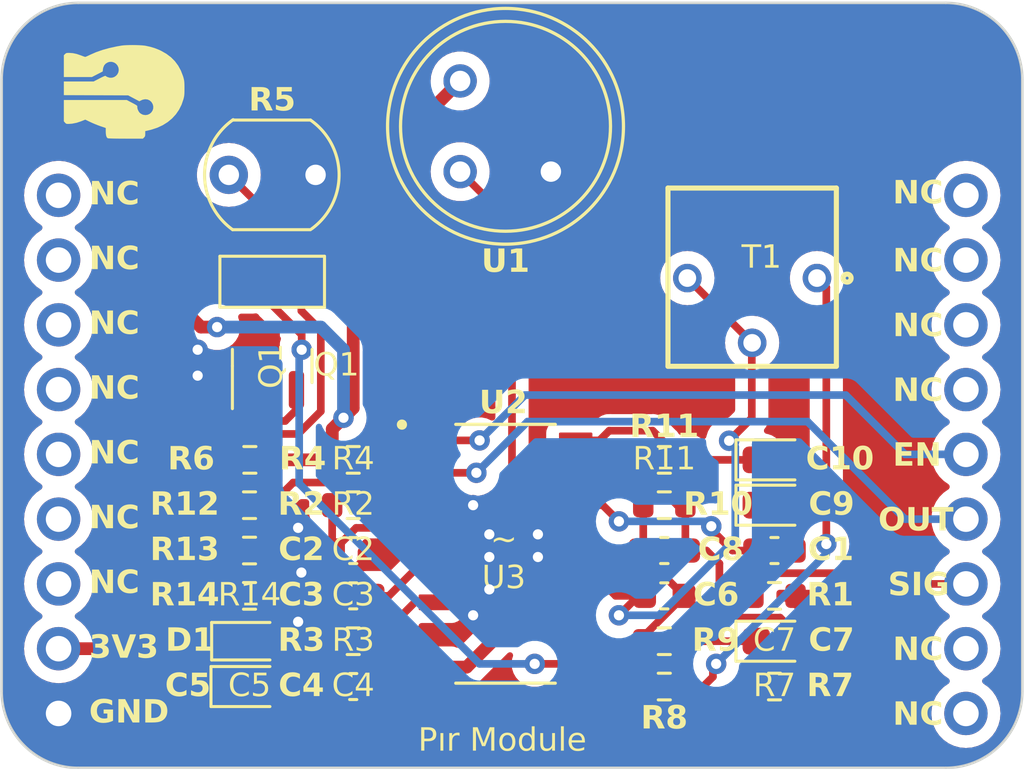
<source format=kicad_pcb>
(kicad_pcb (version 20240108) (generator "pcbnew") (generator_version "8.0")
  (layers (0 "F.Cu" signal) (31 "B.Cu" signal) (34 "B.Paste" user) (35 "F.Paste" user) (36 "B.SilkS" user "B.Silkscreen") (37 "F.SilkS" user "F.Silkscreen") (38 "B.Mask" user) (39 "F.Mask" user) (44 "Edge.Cuts" user))
  (net 0 "")
  (net 1 "SIG")
  (net 2 "GND")
  (net 3 "Net-(U2-RC1)")
  (net 4 "Net-(U2-RC2)")
  (net 5 "+3V3")
  (net 6 "Net-(U2-2OUT)")
  (net 7 "Net-(U2-2IN-)")
  (net 8 "Net-(C7-Pad1)")
  (net 9 "Net-(U2-1OUT)")
  (net 10 "Net-(U2-1IN-)")
  (net 11 "Net-(C10-Pad1)")
  (net 12 "Net-(D1-K)")
  (net 13 "Net-(D1-A)")
  (net 14 "Net-(J1-Pin_2)")
  (net 15 "Net-(J1-Pin_3)")
  (net 16 "Net-(Q1-B)")
  (net 17 "Net-(U2-RR1)")
  (net 18 "Net-(U2-RR2)")
  (net 19 "EN")
  (net 20 "Net-(U2-IB)")
  (net 21 "Net-(R8-Pad1)")
  (net 22 "OUT")
  (footprint "Capacitor_SMD:C_0603_1608Metric" (layer "F.Cu") (at 135.89 90.043)
    (property "Reference" "C6" (at 2.032 0 0) (layer "F.SilkS") (effects (font (size 0.9 0.9) (thickness 0.15) (bold yes))))
    (property "Value" "10nF" (hide yes))
    (pad "1" smd roundrect (at -0.775 0) (size 0.9 0.95) (layers "F.Cu" "F.Paste" "F.Mask") (net 6 "Net-(U2-2OUT)"))
    (pad "2" smd roundrect (at 0.775 0) (size 0.9 0.95) (layers "F.Cu" "F.Paste" "F.Mask") (net 7 "Net-(U2-2IN-)"))
  )
  (footprint "Resistor_SMD:R_0603_1608Metric" (layer "F.Cu") (at 135.89 93.599 180)
    (property "Reference" "R8" (at 0 -1.27 0) (layer "F.SilkS") (effects (font (size 0.9 0.9) (thickness 0.15) (bold yes))))
    (property "Value" "470k" (hide yes))
    (pad "1" smd roundrect (at -0.825 0 180) (size 0.8 0.95) (layers "F.Cu" "F.Paste" "F.Mask") (net 21 "Net-(R8-Pad1)"))
    (pad "2" smd roundrect (at 0.825 0 180) (size 0.8 0.95) (layers "F.Cu" "F.Paste" "F.Mask") (net 7 "Net-(U2-2IN-)"))
  )
  (footprint "Jumper:SolderJumper-3_P1.3mm_Open_Pad1.0x1.5mm_NumberLabels" (layer "F.Cu") (at 120.523 77.724)
    (property "Reference" "J1" (hide yes))
    (property "Value" "Conn_01x03_Female" (hide yes))
    (pad "1" smd rect (at -1.3 0) (size 1 1.5) (layers "F.Cu" "F.Mask") (net 5 "+3V3"))
    (pad "2" smd rect (at 0 0) (size 1 1.5) (layers "F.Cu" "F.Mask") (net 14 "Net-(J1-Pin_2)"))
    (pad "3" smd rect (at 1.3 0) (size 1 1.5) (layers "F.Cu" "F.Mask") (net 15 "Net-(J1-Pin_3)"))
  )
  (footprint "Capacitor_SMD:C_0603_1608Metric_Pad1.08x0.95mm_HandSolder" (layer "F.Cu") (at 135.89 88.265)
    (property "Reference" "C8" (at 2.2098 0 0) (layer "F.SilkS") (effects (font (size 0.9 0.9) (thickness 0.15) (bold yes))))
    (property "Value" "10nF" (hide yes))
    (pad "1" smd roundrect (at -0.8625 0) (size 1.075 0.95) (layers "F.Cu" "F.Paste" "F.Mask") (net 10 "Net-(U2-1IN-)"))
    (pad "2" smd roundrect (at 0.8625 0) (size 1.075 0.95) (layers "F.Cu" "F.Paste" "F.Mask") (net 9 "Net-(U2-1OUT)"))
  )
  (footprint "Capacitor_Tantalum_SMD:CP_EIA-1608-08_AVX-J" (layer "F.Cu") (at 140.208 86.487)
    (property "Reference" "C9" (at 2.2352 0 0) (layer "F.SilkS") (effects (font (size 0.9 0.9) (thickness 0.15) (bold yes))))
    (property "Value" "10uF" (hide yes))
    (pad "1" smd roundrect (at -0.7125 0) (size 1.075 1.05) (layers "F.Cu" "F.Paste" "F.Mask") (roundrect_rratio 0.238095) (net 11 "Net-(C10-Pad1)"))
    (pad "2" smd roundrect (at 0.7125 0) (size 1.075 1.05) (layers "F.Cu" "F.Paste" "F.Mask") (roundrect_rratio 0.238095) (net 2 "GND"))
  )
  (footprint "Resistor_SMD:R_0603_1608Metric" (layer "F.Cu") (at 140.208 93.599)
    (property "Reference" "R7" (at 2.1844 0 0) (layer "F.SilkS") (effects (font (size 0.9 0.9) (thickness 0.15) (bold yes))))
    (property "Value" "1m" (hide yes))
    (fp_text user "${REFERENCE}" (at 0 0 0) (layer "F.SilkS") (effects (font (size 0.9 0.9) (thickness 0.06))))
    (pad "1" smd roundrect (at -0.825 0) (size 0.8 0.95) (layers "F.Cu" "F.Paste" "F.Mask") (net 20 "Net-(U2-IB)"))
    (pad "2" smd roundrect (at 0.825 0) (size 0.8 0.95) (layers "F.Cu" "F.Paste" "F.Mask") (net 2 "GND"))
  )
  (footprint "LED_SMD:LED_0603_1608Metric" (layer "F.Cu") (at 119.634 91.821)
    (property "Reference" "D1" (at -2.3368 0 0) (layer "F.SilkS") (effects (font (size 0.9 0.9) (thickness 0.15) (bold yes))))
    (property "Value" "LED" (hide yes))
    (pad "1" smd roundrect (at -0.7875 0) (size 0.875 0.95) (layers "F.Cu" "F.Paste" "F.Mask") (net 12 "Net-(D1-K)"))
    (pad "2" smd roundrect (at 0.7875 0) (size 0.875 0.95) (layers "F.Cu" "F.Paste" "F.Mask") (net 13 "Net-(D1-A)"))
  )
  (footprint "Capacitor_Tantalum_SMD:CP_EIA-1608-08_AVX-J" (layer "F.Cu") (at 140.208 91.821)
    (property "Reference" "C7" (at 2.2352 0 0) (layer "F.SilkS") (effects (font (size 0.9 0.9) (thickness 0.15) (bold yes))))
    (property "Value" "10uF" (hide yes))
    (fp_text user "${REFERENCE}" (at 0 0 0) (layer "F.SilkS") (effects (font (size 0.9 0.9) (thickness 0.06))))
    (pad "1" smd roundrect (at -0.7125 0) (size 1.075 1.05) (layers "F.Cu" "F.Paste" "F.Mask") (roundrect_rratio 0.238095) (net 8 "Net-(C7-Pad1)"))
    (pad "2" smd roundrect (at 0.7125 0) (size 1.075 1.05) (layers "F.Cu" "F.Paste" "F.Mask") (roundrect_rratio 0.238095) (net 9 "Net-(U2-1OUT)"))
  )
  (footprint "Capacitor_SMD:C_0603_1608Metric" (layer "F.Cu") (at 123.698 88.265)
    (property "Reference" "C2" (at -2.032 0 0) (layer "F.SilkS") (effects (font (size 0.9 0.9) (thickness 0.15) (bold yes))))
    (property "Value" "10nF" (hide yes))
    (fp_text user "${REFERENCE}" (at 0 0 0) (layer "F.SilkS") (effects (font (size 0.9 0.9) (thickness 0.06))))
    (pad "1" smd roundrect (at -0.775 0) (size 0.9 0.95) (layers "F.Cu" "F.Paste" "F.Mask") (net 3 "Net-(U2-RC1)"))
    (pad "2" smd roundrect (at 0.775 0) (size 0.9 0.95) (layers "F.Cu" "F.Paste" "F.Mask") (net 2 "GND"))
  )
  (footprint "OptoDevice:R_LDR_5.1x4.3mm_P3.4mm_Vertical" (layer "F.Cu") (at 118.823 73.533)
    (property "Reference" "R5" (at 1.7 -2.9 0) (layer "F.SilkS") (effects (font (size 0.9 0.9) (thickness 0.15) (bold yes))))
    (property "Value" "LDR07" (hide yes))
    (pad "1" thru_hole circle (at 0 0) (size 1.5 1.5) (drill 0.8) (layers "*.Cu" "*.Mask") (net 15 "Net-(J1-Pin_3)"))
    (pad "2" thru_hole circle (at 3.4 0) (size 1.5 1.5) (drill 0.8) (layers "*.Cu" "*.Mask") (net 2 "GND"))
  )
  (footprint "memin:3362P_1" (layer "F.Cu") (at 139.3335 74.05 180)
    (property "Reference" "T1" (hide yes))
    (property "Value" "1m" (hide yes))
    (fp_text user "${REFERENCE}" (at -0.36821 -2.74963 0) (layer "F.SilkS") (effects (font (size 0.9 0.9) (thickness 0.254))))
    (pad "1" thru_hole circle (at -2.54 -3.53 180) (size 1.12 1.12) (drill 0.69) (layers "*.Cu" "*.Mask") (net 21 "Net-(R8-Pad1)"))
    (pad "2" thru_hole circle (at 0 -6.07 180) (size 1.12 1.12) (drill 0.69) (layers "*.Cu" "*.Mask") (net 6 "Net-(U2-2OUT)"))
    (pad "3" thru_hole circle (at 2.54 -3.53 180) (size 1.12 1.12) (drill 0.69) (layers "*.Cu" "*.Mask") (net 6 "Net-(U2-2OUT)"))
  )
  (footprint "Resistor_SMD:R_0603_1608Metric" (layer "F.Cu") (at 119.634 86.487 180)
    (property "Reference" "R12" (at 2.54 0 0) (layer "F.SilkS") (effects (font (size 0.9 0.9) (thickness 0.15) (bold yes))))
    (property "Value" "10R" (hide yes))
    (pad "1" smd roundrect (at -0.825 0 180) (size 0.8 0.95) (layers "F.Cu" "F.Paste" "F.Mask") (net 22 "OUT"))
    (pad "2" smd roundrect (at 0.825 0 180) (size 0.8 0.95) (layers "F.Cu" "F.Paste" "F.Mask") (net 16 "Net-(Q1-B)"))
  )
  (footprint "Resistor_SMD:R_0603_1608Metric" (layer "F.Cu") (at 135.89 86.487)
    (property "Reference" "R10" (at 2.1082 0 0) (layer "F.SilkS") (effects (font (size 0.9 0.9) (thickness 0.125) (bold yes))))
    (property "Value" "1m" (hide yes))
    (pad "1" smd roundrect (at -0.825 0) (size 0.8 0.95) (layers "F.Cu" "F.Paste" "F.Mask") (net 10 "Net-(U2-1IN-)"))
    (pad "2" smd roundrect (at 0.825 0) (size 0.8 0.95) (layers "F.Cu" "F.Paste" "F.Mask") (net 9 "Net-(U2-1OUT)"))
  )
  (footprint "Resistor_SMD:R_0603_1608Metric" (layer "F.Cu") (at 119.634 88.265)
    (property "Reference" "R13" (at -2.54 0 0) (layer "F.SilkS") (effects (font (size 0.9 0.9) (thickness 0.15) (bold yes))))
    (property "Value" "1m" (hide yes))
    (pad "1" smd roundrect (at -0.825 0) (size 0.8 0.95) (layers "F.Cu" "F.Paste" "F.Mask") (net 16 "Net-(Q1-B)"))
    (pad "2" smd roundrect (at 0.825 0) (size 0.8 0.95) (layers "F.Cu" "F.Paste" "F.Mask") (net 2 "GND"))
  )
  (footprint "Package_TO_SOT_SMD:SOT-23" (layer "F.Cu") (at 120.523 81.026 90)
    (property "Reference" "Q1" (at 0 2.5146 180) (layer "F.SilkS") (effects (font (size 0.9 0.9))))
    (property "Value" "BC546" (hide yes))
    (fp_text user "${REFERENCE}" (at 0 0 90) (layer "F.SilkS") (effects (font (size 0.9 0.9) (thickness 0.05))))
    (pad "1" smd roundrect (at -0.9375 -0.95 90) (size 1.475 0.6) (layers "F.Cu" "F.Paste" "F.Mask") (net 12 "Net-(D1-K)"))
    (pad "2" smd roundrect (at -0.9375 0.95 90) (size 1.475 0.6) (layers "F.Cu" "F.Paste" "F.Mask") (net 16 "Net-(Q1-B)"))
    (pad "3" smd roundrect (at 0.9375 0 90) (size 1.475 0.6) (layers "F.Cu" "F.Paste" "F.Mask") (net 2 "GND"))
  )
  (footprint "Resistor_SMD:R_0603_1608Metric" (layer "F.Cu") (at 135.89 91.821)
    (property "Reference" "R9" (at 2.0066 0 0) (layer "F.SilkS") (effects (font (size 0.9 0.9) (thickness 0.15) (bold yes))))
    (property "Value" "10k" (hide yes))
    (pad "1" smd roundrect (at -0.825 0) (size 0.8 0.95) (layers "F.Cu" "F.Paste" "F.Mask") (net 7 "Net-(U2-2IN-)"))
    (pad "2" smd roundrect (at 0.825 0) (size 0.8 0.95) (layers "F.Cu" "F.Paste" "F.Mask") (net 8 "Net-(C7-Pad1)"))
  )
  (footprint "Resistor_SMD:R_0603_1608Metric" (layer "F.Cu") (at 135.89 84.709)
    (property "Reference" "R11" (at 0 -1.27 0) (layer "F.SilkS") (effects (font (size 0.9 0.9) (thickness 0.125) (bold yes))))
    (property "Value" "15k" (hide yes))
    (fp_text user "${REFERENCE}" (at 0 0 0) (layer "F.SilkS") (effects (font (size 0.9 0.9) (thickness 0.06))))
    (pad "1" smd roundrect (at -0.825 0) (size 0.8 0.95) (layers "F.Cu" "F.Paste" "F.Mask") (net 10 "Net-(U2-1IN-)"))
    (pad "2" smd roundrect (at 0.825 0) (size 0.8 0.95) (layers "F.Cu" "F.Paste" "F.Mask") (net 11 "Net-(C10-Pad1)"))
  )
  (footprint "Resistor_SMD:R_0603_1608Metric" (layer "F.Cu") (at 123.698 91.821 180)
    (property "Reference" "R3" (at 2.032 0 0) (layer "F.SilkS") (effects (font (size 0.9 0.9) (thickness 0.15) (bold yes))))
    (property "Value" "15k" (hide yes))
    (fp_text user "${REFERENCE}" (at 0 0 0) (layer "F.SilkS") (effects (font (size 0.9 0.9) (thickness 0.06))))
    (pad "1" smd roundrect (at -0.825 0 180) (size 0.8 0.95) (layers "F.Cu" "F.Paste" "F.Mask") (net 18 "Net-(U2-RR2)"))
    (pad "2" smd roundrect (at 0.825 0 180) (size 0.8 0.95) (layers "F.Cu" "F.Paste" "F.Mask") (net 4 "Net-(U2-RC2)"))
  )
  (footprint "Capacitor_SMD:C_0603_1608Metric" (layer "F.Cu") (at 123.698 90.043 180)
    (property "Reference" "C3" (at 2.032 0 0) (layer "F.SilkS") (effects (font (size 0.9 0.9) (thickness 0.15) (bold yes))))
    (property "Value" "10nF" (hide yes))
    (fp_text user "${REFERENCE}" (at 0 0 0) (layer "F.SilkS") (effects (font (size 0.9 0.9) (thickness 0.06))))
    (pad "1" smd roundrect (at -0.775 0 180) (size 0.9 0.95) (layers "F.Cu" "F.Paste" "F.Mask") (net 4 "Net-(U2-RC2)"))
    (pad "2" smd roundrect (at 0.775 0 180) (size 0.9 0.95) (layers "F.Cu" "F.Paste" "F.Mask") (net 2 "GND"))
  )
  (footprint "Capacitor_Tantalum_SMD:CP_EIA-1608-08_AVX-J" (layer "F.Cu") (at 119.634 93.599)
    (property "Reference" "C5" (at -2.413 0 0) (layer "F.SilkS") (effects (font (size 0.9 0.9) (thickness 0.15) (bold yes))))
    (property "Value" "C_Polarized_US" (hide yes))
    (fp_text user "${REFERENCE}" (at 0 0 0) (layer "F.SilkS") (effects (font (size 0.9 0.9) (thickness 0.06))))
    (pad "1" smd roundrect (at -0.7125 0) (size 1.075 1.05) (layers "F.Cu" "F.Paste" "F.Mask") (roundrect_rratio 0.238095) (net 5 "+3V3"))
    (pad "2" smd roundrect (at 0.7125 0) (size 1.075 1.05) (layers "F.Cu" "F.Paste" "F.Mask") (roundrect_rratio 0.238095) (net 2 "GND"))
  )
  (footprint "Capacitor_SMD:C_0603_1608Metric" (layer "F.Cu") (at 140.208 88.265)
    (property "Reference" "C1" (at 2.2098 0 0) (layer "F.SilkS") (effects (font (size 0.9 0.9) (thickness 0.15) (bold yes))))
    (property "Value" "10nF" (hide yes))
    (pad "1" smd roundrect (at -0.775 0) (size 0.9 0.95) (layers "F.Cu" "F.Paste" "F.Mask") (net 1 "SIG"))
    (pad "2" smd roundrect (at 0.775 0) (size 0.9 0.95) (layers "F.Cu" "F.Paste" "F.Mask") (net 2 "GND"))
  )
  (footprint "Capacitor_Tantalum_SMD:CP_EIA-1608-08_AVX-J" (layer "F.Cu") (at 140.208 84.709)
    (property "Reference" "C10" (at 2.5654 0 0) (layer "F.SilkS") (effects (font (size 0.9 0.9) (thickness 0.15) (bold yes))))
    (property "Value" "10uF" (hide yes))
    (pad "1" smd roundrect (at -0.7125 0) (size 1.075 1.05) (layers "F.Cu" "F.Paste" "F.Mask") (roundrect_rratio 0.238095) (net 11 "Net-(C10-Pad1)"))
    (pad "2" smd roundrect (at 0.7125 0) (size 1.075 1.05) (layers "F.Cu" "F.Paste" "F.Mask") (roundrect_rratio 0.238095) (net 2 "GND"))
  )
  (footprint "pir:SNR3-D8.1XH4.2MM" (layer "F.Cu") (at 129.667 71.628 90)
    (property "Reference" "U1" (at -5.334 0 180) (layer "F.SilkS") (effects (font (size 0.9 0.9) (thickness 0.15) (bold yes))))
    (property "Value" "LHI778" (hide yes))
    (pad "1" thru_hole circle (at 1.778 -1.778 90) (size 1.308 1.308) (drill 0.8) (layers "*.Cu" "*.Mask") (net 5 "+3V3"))
    (pad "2" thru_hole circle (at -1.778 -1.778 90) (size 1.308 1.308) (drill 0.8) (layers "*.Cu" "*.Mask") (net 1 "SIG"))
    (pad "3" thru_hole circle (at -1.778 1.778 90) (size 1.308 1.308) (drill 0.8) (layers "*.Cu" "*.Mask") (net 2 "GND"))
  )
  (footprint "Resistor_SMD:R_0603_1608Metric" (layer "F.Cu") (at 119.634 90.043)
    (property "Reference" "R14" (at -2.54 0 0) (layer "F.SilkS") (effects (font (size 0.9 0.9) (thickness 0.15) (bold yes))))
    (property "Value" "1k" (hide yes))
    (fp_text user "${REFERENCE}" (at 0 0 0) (layer "F.SilkS") (effects (font (size 0.9 0.9) (thickness 0.06))))
    (pad "1" smd roundrect (at -0.825 0) (size 0.8 0.95) (layers "F.Cu" "F.Paste" "F.Mask") (net 5 "+3V3"))
    (pad "2" smd roundrect (at 0.825 0) (size 0.8 0.95) (layers "F.Cu" "F.Paste" "F.Mask") (net 13 "Net-(D1-A)"))
  )
  (footprint "Resistor_SMD:R_0603_1608Metric" (layer "F.Cu") (at 123.698 86.487 180)
    (property "Reference" "R2" (at 2.032 0 0) (layer "F.SilkS") (effects (font (size 0.9 0.9) (thickness 0.15) (bold yes))))
    (property "Value" "10k" (hide yes))
    (fp_text user "${REFERENCE}" (at 0 0 0) (layer "F.SilkS") (effects (font (size 0.9 0.9) (thickness 0.06))))
    (pad "1" smd roundrect (at -0.825 0 180) (size 0.8 0.95) (layers "F.Cu" "F.Paste" "F.Mask") (net 17 "Net-(U2-RR1)"))
    (pad "2" smd roundrect (at 0.825 0 180) (size 0.8 0.95) (layers "F.Cu" "F.Paste" "F.Mask") (net 3 "Net-(U2-RC1)"))
  )
  (footprint "Resistor_SMD:R_0603_1608Metric" (layer "F.Cu") (at 140.208 90.043)
    (property "Reference" "R1" (at 2.1844 0 0) (layer "F.SilkS") (effects (font (size 0.9 0.9) (thickness 0.15) (bold yes))))
    (property "Value" "47k" (hide yes))
    (pad "1" smd roundrect (at -0.825 0) (size 0.8 0.95) (layers "F.Cu" "F.Paste" "F.Mask") (net 1 "SIG"))
    (pad "2" smd roundrect (at 0.825 0) (size 0.8 0.95) (layers "F.Cu" "F.Paste" "F.Mask") (net 2 "GND"))
  )
  (footprint "air_module:air_module" (layer "F.Cu") (at 129.601 86.868)
    (property "Reference" "U3" (hide yes))
    (property "Value" "~" (at 0 1 0) (layer "F.SilkS") (effects (font (size 0.9 0.9))))
    (fp_line (start -19.68 -17.08) (end -19.68 6.92) (stroke (width 0.1)) (layer "Edge.Cuts"))
    (fp_line (start -16.68 9.92) (end 17.32 9.92) (stroke (width 0.1)) (layer "Edge.Cuts"))
    (fp_line (start 17.32 -20.08) (end -16.68 -20.08) (stroke (width 0.1)) (layer "Edge.Cuts"))
    (fp_line (start 20.32 6.92) (end 20.32 -17.08) (stroke (width 0.1)) (layer "Edge.Cuts"))
    (fp_arc (start -19.68 -17.08) (mid -18.80132 -19.20132) (end -16.68 -20.08) (stroke (width 0.1)) (layer "Edge.Cuts"))
    (fp_arc (start -16.68 9.92) (mid -18.80132 9.04132) (end -19.68 6.92) (stroke (width 0.1)) (layer "Edge.Cuts"))
    (fp_arc (start 17.32 -20.08) (mid 19.44132 -19.20132) (end 20.32 -17.08) (stroke (width 0.1)) (layer "Edge.Cuts"))
    (fp_arc (start 20.32 6.92) (mid 19.44132 9.04132) (end 17.32 9.92) (stroke (width 0.1)) (layer "Edge.Cuts"))
    (fp_text user "${REFERENCE}" (at 0 2.5 0) (layer "F.SilkS") (effects (font (size 0.9 0.9))))
    (fp_text user "NC" (at -16.256 3.2144 0) (layer "F.SilkS") (effects (font (size 0.9 0.9) (thickness 0.2) (bold yes)) (justify left bottom)))
    (fp_text user "NC" (at -16.256 0.6744 0) (layer "F.SilkS") (effects (font (size 0.9 0.9) (thickness 0.2) (bold yes)) (justify left bottom)))
    (fp_text user "NC" (at -16.256 -6.9456 0) (layer "F.SilkS") (effects (font (size 0.9 0.9) (thickness 0.2) (bold yes)) (justify left bottom)))
    (fp_text user "NC" (at -16.256 -1.8656 0) (layer "F.SilkS") (effects (font (size 0.9 0.9) (thickness 0.2) (bold yes)) (justify left bottom)))
    (fp_text user "NC" (at 15.24 -4.318 0) (layer "F.SilkS") (effects (font (size 0.9 0.9) (thickness 0.2) (bold yes)) (justify left bottom)))
    (fp_text user "OUT" (at 14.671 0.762 0) (layer "F.SilkS") (effects (font (size 0.9 0.9) (thickness 0.2) (bold yes)) (justify left bottom)))
    (fp_text user "EN" (at 15.24 -1.778 0) (layer "F.SilkS") (effects (font (size 0.9 0.9) (thickness 0.2) (bold yes)) (justify left bottom)))
    (fp_text user "NC" (at 15.24 5.842 0) (layer "F.SilkS") (effects (font (size 0.9 0.9) (thickness 0.2) (bold yes)) (justify left bottom)))
    (fp_text user "NC" (at -16.256 -4.4056 0) (layer "F.SilkS") (effects (font (size 0.9 0.9) (thickness 0.2) (bold yes)) (justify left bottom)))
    (fp_text user "NC" (at 15.24 8.382 0) (layer "F.SilkS") (effects (font (size 0.9 0.9) (thickness 0.2) (bold yes)) (justify left bottom)))
    (fp_text user "NC" (at 15.24 -6.858 0) (layer "F.SilkS") (effects (font (size 0.9 0.9) (thickness 0.2) (bold yes)) (justify left bottom)))
    (fp_text user "SIG" (at 15.052 3.302 0) (layer "F.SilkS") (effects (font (size 0.9 0.9) (thickness 0.2) (bold yes)) (justify left bottom)))
    (fp_text user "NC" (at -16.256 -12.0256 0) (layer "F.SilkS") (effects (font (size 0.9 0.9) (thickness 0.2) (bold yes)) (justify left bottom)))
    (fp_text user "3V3" (at -16.256 5.7544 0) (layer "F.SilkS") (effects (font (size 0.9 0.9) (thickness 0.2) (bold yes)) (justify left bottom)))
    (fp_text user "NC" (at 15.24 -9.398 0) (layer "F.SilkS") (effects (font (size 0.9 0.9) (thickness 0.2) (bold yes)) (justify left bottom)))
    (fp_text user "NC" (at 15.24 -12.065 0) (layer "F.SilkS") (effects (font (size 0.9 0.9) (thickness 0.2) (bold yes)) (justify left bottom)))
    (fp_text user "Pır Module" (at -3.363 9.398 0) (layer "F.SilkS") (effects (font (size 0.9 0.9) (thickness 0.1)) (justify left bottom)))
    (fp_text user "GND" (at -16.256 8.2944 0) (layer "F.SilkS") (effects (font (size 0.9 0.9) (thickness 0.2) (bold yes)) (justify left bottom)))
    (fp_text user "NC" (at -16.256 -9.4856 0) (layer "F.SilkS") (effects (font (size 0.9 0.9) (thickness 0.2) (bold yes)) (justify left bottom)))
    (pad "1" thru_hole oval (at -17.4498 -12.5336) (size 1.7 1.7) (drill 1) (layers "*.Cu" "*.Mask"))
    (pad "2" thru_hole oval (at -17.4498 -9.9936) (size 1.7 1.7) (drill 1) (layers "*.Cu" "*.Mask"))
    (pad "3" thru_hole oval (at -17.4498 -7.4536) (size 1.7 1.7) (drill 1) (layers "*.Cu" "*.Mask"))
    (pad "4" thru_hole oval (at -17.4498 -4.9136) (size 1.7 1.7) (drill 1) (layers "*.Cu" "*.Mask"))
    (pad "5" thru_hole oval (at -17.4498 -2.3736) (size 1.7 1.7) (drill 1) (layers "*.Cu" "*.Mask"))
    (pad "6" thru_hole oval (at -17.4498 0.1664) (size 1.7 1.7) (drill 1) (layers "*.Cu" "*.Mask"))
    (pad "7" thru_hole oval (at -17.4498 2.7064) (size 1.7 1.7) (drill 1) (layers "*.Cu" "*.Mask"))
    (pad "8" thru_hole oval (at -17.4498 5.2464) (size 1.7 1.7) (drill 1) (layers "*.Cu" "*.Mask") (net 5 "+3V3"))
    (pad "9" thru_hole oval (at -17.4498 7.7864) (size 1.7 1.7) (drill 1) (layers "*.Cu" "*.Mask") (net 2 "GND"))
    (pad "10" thru_hole oval (at 18.1102 7.7864) (size 1.7 1.7) (drill 1) (layers "*.Cu" "*.Mask"))
    (pad "11" thru_hole oval (at 18.1102 5.2464) (size 1.7 1.7) (drill 1) (layers "*.Cu" "*.Mask"))
    (pad "12" thru_hole oval (at 18.1102 2.7064) (size 1.7 1.7) (drill 1) (layers "*.Cu" "*.Mask") (net 1 "SIG"))
    (pad "13" thru_hole oval (at 18.1102 0.1664) (size 1.7 1.7) (drill 1) (layers "*.Cu" "*.Mask") (net 22 "OUT"))
    (pad "14" thru_hole oval (at 18.1102 -2.3736) (size 1.7 1.7) (drill 1) (layers "*.Cu" "*.Mask") (net 19 "EN"))
    (pad "15" thru_hole oval (at 18.1102 -4.9136) (size 1.7 1.7) (drill 1) (layers "*.Cu" "*.Mask"))
    (pad "16" thru_hole oval (at 18.1102 -7.4536) (size 1.7 1.7) (drill 1) (layers "*.Cu" "*.Mask"))
    (pad "17" thru_hole oval (at 18.1102 -9.9936) (size 1.7 1.7) (drill 1) (layers "*.Cu" "*.Mask"))
    (pad "18" thru_hole oval (at 18.1102 -12.5336) (size 1.7 1.7) (drill 1) (layers "*.Cu" "*.Mask"))
  )
  (footprint "Resistor_SMD:R_0603_1608Metric" (layer "F.Cu") (at 119.648 84.709 180)
    (property "Reference" "R6" (at 2.3 0 0) (layer "F.SilkS") (effects (font (size 0.9 0.9) (thickness 0.15) (bold yes))))
    (property "Value" "1m" (hide yes))
    (pad "1" smd roundrect (at -0.825 0 180) (size 0.8 0.95) (layers "F.Cu" "F.Paste" "F.Mask") (net 5 "+3V3"))
    (pad "2" smd roundrect (at 0.825 0 180) (size 0.8 0.95) (layers "F.Cu" "F.Paste" "F.Mask") (net 15 "Net-(J1-Pin_3)"))
  )
  (footprint "Capacitor_SMD:C_0603_1608Metric" (layer "F.Cu") (at 123.698 93.599 180)
    (property "Reference" "C4" (at 2.032 0 0) (layer "F.SilkS") (effects (font (size 0.9 0.9) (thickness 0.15) (bold yes))))
    (property "Value" "10nF" (hide yes))
    (fp_text user "${REFERENCE}" (at 0 0 0) (layer "F.SilkS") (effects (font (size 0.9 0.9) (thickness 0.06))))
    (pad "1" smd roundrect (at -0.775 0 180) (size 0.9 0.95) (layers "F.Cu" "F.Paste" "F.Mask") (net 5 "+3V3"))
    (pad "2" smd roundrect (at 0.775 0 180) (size 0.9 0.95) (layers "F.Cu" "F.Paste" "F.Mask") (net 2 "GND"))
  )
  (footprint "pir:SOIC127P600X180-16N" (layer "F.Cu") (at 129.667 88.392)
    (property "Reference" "U2" (at -0.085 -5.887 0) (layer "F.SilkS") (effects (font (size 0.9 0.9) (thickness 0.15) (bold yes))))
    (property "Value" "BISS0001" (hide yes))
    (pad "1" smd roundrect (at -2.75 -4.445) (size 1.31 0.62) (layers "F.Cu" "F.Paste" "F.Mask") (roundrect_rratio 0.08) (net 19 "EN"))
    (pad "2" smd roundrect (at -2.75 -3.175) (size 1.31 0.62) (layers "F.Cu" "F.Paste" "F.Mask") (roundrect_rratio 0.08) (net 22 "OUT"))
    (pad "3" smd roundrect (at -2.75 -1.905) (size 1.31 0.62) (layers "F.Cu" "F.Paste" "F.Mask") (roundrect_rratio 0.08) (net 17 "Net-(U2-RR1)"))
    (pad "4" smd roundrect (at -2.75 -0.635) (size 1.31 0.62) (layers "F.Cu" "F.Paste" "F.Mask") (roundrect_rratio 0.08) (net 3 "Net-(U2-RC1)"))
    (pad "5" smd roundrect (at -2.75 0.635) (size 1.31 0.62) (layers "F.Cu" "F.Paste" "F.Mask") (roundrect_rratio 0.08) (net 4 "Net-(U2-RC2)"))
    (pad "6" smd roundrect (at -2.75 1.905) (size 1.31 0.62) (layers "F.Cu" "F.Paste" "F.Mask") (roundrect_rratio 0.08) (net 18 "Net-(U2-RR2)"))
    (pad "7" smd roundrect (at -2.75 3.175) (size 1.31 0.62) (layers "F.Cu" "F.Paste" "F.Mask") (roundrect_rratio 0.08) (net 2 "GND"))
    (pad "8" smd roundrect (at -2.75 4.445) (size 1.31 0.62) (layers "F.Cu" "F.Paste" "F.Mask") (roundrect_rratio 0.08) (net 5 "+3V3"))
    (pad "9" smd roundrect (at 2.75 4.445) (size 1.31 0.62) (layers "F.Cu" "F.Paste" "F.Mask") (roundrect_rratio 0.08) (net 14 "Net-(J1-Pin_2)"))
    (pad "10" smd roundrect (at 2.75 3.175) (size 1.31 0.62) (layers "F.Cu" "F.Paste" "F.Mask") (roundrect_rratio 0.08) (net 20 "Net-(U2-IB)"))
    (pad "11" smd roundrect (at 2.75 1.905) (size 1.31 0.62) (layers "F.Cu" "F.Paste" "F.Mask") (roundrect_rratio 0.08) (net 5 "+3V3"))
    (pad "12" smd roundrect (at 2.75 0.635) (size 1.31 0.62) (layers "F.Cu" "F.Paste" "F.Mask") (roundrect_rratio 0.08) (net 6 "Net-(U2-2OUT)"))
    (pad "13" smd roundrect (at 2.75 -0.635) (size 1.31 0.62) (layers "F.Cu" "F.Paste" "F.Mask") (roundrect_rratio 0.08) (net 7 "Net-(U2-2IN-)"))
    (pad "14" smd roundrect (at 2.75 -1.905) (size 1.31 0.62) (layers "F.Cu" "F.Paste" "F.Mask") (roundrect_rratio 0.08) (net 1 "SIG"))
    (pad "15" smd roundrect (at 2.75 -3.175) (size 1.31 0.62) (layers "F.Cu" "F.Paste" "F.Mask") (roundrect_rratio 0.08) (net 10 "Net-(U2-1IN-)"))
    (pad "16" smd roundrect (at 2.75 -4.445) (size 1.31 0.62) (layers "F.Cu" "F.Paste" "F.Mask") (roundrect_rratio 0.08) (net 9 "Net-(U2-1OUT)"))
  )
  (footprint "Resistor_SMD:R_0603_1608Metric" (layer "F.Cu") (at 123.698 84.709)
    (property "Reference" "R4" (at -1.9812 0 0) (layer "F.SilkS") (effects (font (size 0.9 0.9) (thickness 0.15) (bold yes))))
    (property "Value" "10k" (hide yes))
    (fp_text user "${REFERENCE}" (at 0 0 0) (layer "F.SilkS") (effects (font (size 0.9 0.9) (thickness 0.06))))
    (pad "1" smd roundrect (at -0.825 0) (size 0.8 0.95) (layers "F.Cu" "F.Paste" "F.Mask") (net 5 "+3V3"))
    (pad "2" smd roundrect (at 0.825 0) (size 0.8 0.95) (layers "F.Cu" "F.Paste" "F.Mask") (net 19 "EN"))
  )
  (segment (start 137.7315 87.4395) (end 138.557 88.265) (width 0.3) (layer "F.Cu") (net 1))
  (segment (start 129.921 85.725) (end 130.683 86.487) (width 0.3) (layer "F.Cu") (net 1))
  (segment (start 130.683 86.487) (end 132.417 86.487) (width 0.3) (layer "F.Cu") (net 1))
  (segment (start 133.477 86.487) (end 132.417 86.487) (width 0.3) (layer "F.Cu") (net 1))
  (segment (start 137.7315 87.3125) (end 137.7315 87.4395) (width 0.3) (layer "F.Cu") (net 1))
  (segment (start 139.433 88.265) (end 139.433 89.993) (width 0.3) (layer "F.Cu") (net 1))
  (segment (start 134.112 87.122) (end 133.477 86.487) (width 0.3) (layer "F.Cu") (net 1))
  (segment (start 140.322 89.154) (end 144.907 89.154) (width 0.3) (layer "F.Cu") (net 1))
  (segment (start 129.921 75.438) (end 129.921 85.725) (width 0.3) (layer "F.Cu") (net 1))
  (segment (start 145.3274 89.5744) (end 147.7112 89.5744) (width 0.3) (layer "F.Cu") (net 1))
  (segment (start 144.907 89.154) (end 145.3274 89.5744) (width 0.3) (layer "F.Cu") (net 1))
  (segment (start 138.557 88.265) (end 139.433 88.265) (width 0.3) (layer "F.Cu") (net 1))
  (segment (start 127.889 73.406) (end 129.921 75.438) (width 0.3) (layer "F.Cu") (net 1))
  (segment (start 139.433 89.993) (end 139.383 90.043) (width 0.3) (layer "F.Cu") (net 1))
  (segment (start 139.433 88.265) (end 140.322 89.154) (width 0.3) (layer "F.Cu") (net 1))
  (via (at 134.112 87.122) (size 0.8) (drill 0.4) (layers "F.Cu" "B.Cu") (net 1))
  (via (at 137.7315 87.3125) (size 0.8) (drill 0.4) (layers "F.Cu" "B.Cu") (net 1))
  (segment (start 137.7315 87.3125) (end 137.541 87.122) (width 0.3) (layer "B.Cu") (net 1))
  (segment (start 137.541 87.122) (end 134.112 87.122) (width 0.3) (layer "B.Cu") (net 1))
  (segment (start 122.923 90.043) (end 122.923 89.815) (width 0.3) (layer "F.Cu") (net 2))
  (segment (start 122.923 89.815) (end 124.473 88.265) (width 0.3) (layer "F.Cu") (net 2))
  (via (at 117.602 81.407) (size 0.8) (drill 0.4) (layers "F.Cu" "B.Cu") (net 2))
  (via (at 121.666 89.1286) (size 0.8) (drill 0.4) (layers "F.Cu" "B.Cu") (net 2))
  (via (at 129.032 88.519) (size 0.8) (drill 0.4) (layers "F.Cu" "B.Cu") (net 2))
  (via (at 130.937 88.519) (size 0.8) (drill 0.4) (layers "F.Cu" "B.Cu") (net 2))
  (via (at 129.032 89.789) (size 0.8) (drill 0.4) (layers "F.Cu" "B.Cu") (net 2))
  (via (at 128.397 86.487) (size 0.8) (drill 0.4) (layers "F.Cu" "B.Cu") (net 2))
  (via (at 117.602 80.391) (size 0.8) (drill 0.4) (layers "F.Cu" "B.Cu") (net 2))
  (via (at 130.937 87.63) (size 0.8) (drill 0.4) (layers "F.Cu" "B.Cu") (net 2))
  (via (at 129.032 87.63) (size 0.8) (drill 0.4) (layers "F.Cu" "B.Cu") (net 2))
  (via (at 121.539 91.059) (size 0.8) (drill 0.4) (layers "F.Cu" "B.Cu") (net 2))
  (via (at 121.539 87.376) (size 0.8) (drill 0.4) (layers "F.Cu" "B.Cu") (net 2))
  (via (at 128.397 90.805) (size 0.8) (drill 0.4) (layers "F.Cu" "B.Cu") (net 2))
  (segment (start 122.923 88.265) (end 123.812 87.376) (width 0.3) (layer "F.Cu") (net 3))
  (segment (start 122.873 88.215) (end 122.923 88.265) (width 0.25) (layer "F.Cu") (net 3))
  (segment (start 122.873 86.487) (end 122.873 88.215) (width 0.3) (layer "F.Cu") (net 3))
  (segment (start 125.857 87.757) (end 126.917 87.757) (width 0.3) (layer "F.Cu") (net 3))
  (segment (start 123.812 87.376) (end 125.476 87.376) (width 0.3) (layer "F.Cu") (net 3))
  (segment (start 125.476 87.376) (end 125.857 87.757) (width 0.3) (layer "F.Cu") (net 3))
  (segment (start 124.473 90.043) (end 125.095 90.043) (width 0.3) (layer "F.Cu") (net 4))
  (segment (start 122.873 91.821) (end 122.873 91.643) (width 0.3) (layer "F.Cu") (net 4))
  (segment (start 122.873 91.643) (end 124.473 90.043) (width 0.3) (layer "F.Cu") (net 4))
  (segment (start 125.095 90.043) (end 126.111 89.027) (width 0.3) (layer "F.Cu") (net 4))
  (segment (start 126.111 89.027) (end 126.917 89.027) (width 0.3) (layer "F.Cu") (net 4))
  (segment (start 115.95448 79.75252) (end 116.967 78.74) (width 0.5) (layer "F.Cu") (net 5))
  (segment (start 115.9116 92.1144) (end 112.190757 92.1144) (width 0.5) (layer "F.Cu") (net 5))
  (segment (start 115.95448 91.186) (end 115.95448 79.75252) (width 0.5) (layer "F.Cu") (net 5))
  (segment (start 124.473 93.599) (end 125.095 93.599) (width 0.5) (layer "F.Cu") (net 5))
  (segment (start 128.143 92.837) (end 130.683 90.297) (width 0.5) (layer "F.Cu") (net 5))
  (segment (start 116.967 90.043) (end 118.809 90.043) (width 0.5) (layer "F.Cu") (net 5))
  (segment (start 116.967 78.74) (end 117.729 79.502) (width 0.5) (layer "F.Cu") (net 5))
  (segment (start 122.877284 83.497716) (end 122.877284 84.704716) (width 0.5) (layer "F.Cu") (net 5))
  (segment (start 123.698 82.677) (end 123.698 74.041) (width 0.5) (layer "F.Cu") (net 5))
  (segment (start 116.713 93.599) (end 118.9215 93.599) (width 0.5) (layer "F.Cu") (net 5))
  (segment (start 115.95448 92.07152) (end 115.9116 92.1144) (width 0.5) (layer "F.Cu") (net 5))
  (segment (start 120.586 84.709) (end 122.873 84.709) (width 0.5) (layer "F.Cu") (net 5))
  (segment (start 122.877284 84.704716) (end 122.873 84.709) (width 0.5) (layer "F.Cu") (net 5))
  (segment (start 112.190757 92.1144) (end 112.147877 92.07152) (width 0.5) (layer "F.Cu") (net 5))
  (segment (start 125.095 93.599) (end 125.857 92.837) (width 0.5) (layer "F.Cu") (net 5))
  (segment (start 116.967 78.74) (end 117.983 77.724) (width 0.5) (layer "F.Cu") (net 5))
  (segment (start 117.729 79.502) (end 118.364 79.502) (width 0.5) (layer "F.Cu") (net 5))
  (segment (start 117.983 90.043) (end 118.809 90.043) (width 0.5) (layer "F.Cu") (net 5))
  (segment (start 118.9215 94.4105) (end 119.595072 95.084072) (width 0.5) (layer "F.Cu") (net 5))
  (segment (start 119.595072 95.084072) (end 123.863928 95.084072) (width 0.5) (layer "F.Cu") (net 5))
  (segment (start 123.317 83.058) (end 122.877284 83.497716) (width 0.5) (layer "F.Cu") (net 5))
  (segment (start 118.9215 93.599) (end 118.9215 94.4105) (width 0.5) (layer "F.Cu") (net 5))
  (segment (start 125.857 92.837) (end 126.917 92.837) (width 0.5) (layer "F.Cu") (net 5))
  (segment (start 115.95448 92.07152) (end 115.95448 92.84048) (width 0.5) (layer "F.Cu") (net 5))
  (segment (start 130.683 90.297) (end 132.417 90.297) (width 0.5) (layer "F.Cu") (net 5))
  (segment (start 115.95448 92.84048) (end 116.713 93.599) (width 0.5) (layer "F.Cu") (net 5))
  (segment (start 115.95448 92.07152) (end 115.95448 91.186) (width 0.5) (layer "F.Cu") (net 5))
  (segment (start 115.95448 91.186) (end 115.95448 91.05552) (width 0.5) (layer "F.Cu") (net 5))
  (segment (start 124.473 94.475) (end 124.473 93.599) (width 0.5) (layer "F.Cu") (net 5))
  (segment (start 115.95448 91.05552) (end 116.967 90.043) (width 0.5) (layer "F.Cu") (net 5))
  (segment (start 123.863928 95.084072) (end 124.473 94.475) (width 0.5) (layer "F.Cu") (net 5))
  (segment (start 117.983 77.724) (end 119.223 77.724) (width 0.5) (layer "F.Cu") (net 5))
  (segment (start 123.698 74.041) (end 127.889 69.85) (width 0.5) (layer "F.Cu") (net 5))
  (segment (start 123.317 83.058) (end 123.698 82.677) (width 0.5) (layer "F.Cu") (net 5))
  (segment (start 126.917 92.837) (end 128.143 92.837) (width 0.5) (layer "F.Cu") (net 5))
  (via (at 123.317 83.058) (size 0.8) (drill 0.4) (layers "F.Cu" "B.Cu") (net 5))
  (via (at 118.364 79.502) (size 0.8) (drill 0.4) (layers "F.Cu" "B.Cu") (net 5))
  (segment (start 122.428 79.502) (end 123.317 80.391) (width 0.5) (layer "B.Cu") (net 5))
  (segment (start 123.317 80.391) (end 123.317 83.058) (width 0.5) (layer "B.Cu") (net 5))
  (segment (start 118.364 79.502) (end 122.428 79.502) (width 0.5) (layer "B.Cu") (net 5))
  (segment (start 136.7935 77.58) (end 139.3335 80.12) (width 0.3) (layer "F.Cu") (net 6))
  (segment (start 135.115 90.043) (end 134.874 90.043) (width 0.3) (layer "F.Cu") (net 6))
  (segment (start 132.969 89.027) (end 133.985 90.043) (width 0.3) (layer "F.Cu") (net 6))
  (segment (start 138.43 83.9595) (end 139.319 83.0705) (width 0.3) (layer "F.Cu") (net 6))
  (segment (start 139.319 83.0705) (end 139.319 80.1345) (width 0.3) (layer "F.Cu") (net 6))
  (segment (start 133.985 90.043) (end 135.115 90.043) (width 0.3) (layer "F.Cu") (net 6))
  (segment (start 139.319 80.1345) (end 139.3335 80.12) (width 0.3) (layer "F.Cu") (net 6))
  (segment (start 134.874 90.043) (end 134.112 90.805) (width 0.3) (layer "F.Cu") (net 6))
  (segment (start 132.417 89.027) (end 132.969 89.027) (width 0.3) (layer "F.Cu") (net 6))
  (via (at 138.43 83.9595) (size 0.8) (drill 0.4) (layers "F.Cu" "B.Cu") (net 6))
  (via (at 134.112 90.805) (size 0.8) (drill 0.4) (layers "F.Cu" "B.Cu") (net 6))
  (segment (start 134.112 90.805) (end 135.680661 90.805) (width 0.3) (layer "B.Cu") (net 6))
  (segment (start 135.680661 90.805) (end 138.672 87.813661) (width 0.3) (layer "B.Cu") (net 6))
  (segment (start 138.672 87.813661) (end 138.672 84.2015) (width 0.3) (layer "B.Cu") (net 6))
  (segment (start 138.672 84.2015) (end 138.43 83.9595) (width 0.3) (layer "B.Cu") (net 6))
  (segment (start 135.065 93.599) (end 135.065 91.821) (width 0.3) (layer "F.Cu") (net 7))
  (segment (start 135.065 91.821) (end 135.065 91.643) (width 0.3) (layer "F.Cu") (net 7))
  (segment (start 132.417 87.757) (end 133.15115 87.757) (width 0.3) (layer "F.Cu") (net 7))
  (segment (start 135.065 91.643) (end 136.665 90.043) (width 0.3) (layer "F.Cu") (net 7))
  (segment (start 133.15115 87.757) (end 134.54815 89.154) (width 0.3) (layer "F.Cu") (net 7))
  (segment (start 134.54815 89.154) (end 135.776 89.154) (width 0.3) (layer "F.Cu") (net 7))
  (segment (start 135.776 89.154) (end 136.665 90.043) (width 0.3) (layer "F.Cu") (net 7))
  (segment (start 136.715 91.821) (end 139.4955 91.821) (width 0.3) (layer "F.Cu") (net 8))
  (segment (start 135.891727 85.980727) (end 135.891727 84.024424) (width 0.3) (layer "F.Cu") (net 9))
  (segment (start 137.541 88.265) (end 136.7525 88.265) (width 0.3) (layer "F.Cu") (net 9))
  (segment (start 136.715 88.2275) (end 136.7525 88.265) (width 0.3) (layer "F.Cu") (net 9))
  (segment (start 133.35 83.947) (end 132.417 83.947) (width 0.3) (layer "F.Cu") (net 9))
  (segment (start 140.9205 91.3905) (end 140.426627 90.896627) (width 0.3) (layer "F.Cu") (net 9))
  (segment (start 136.715 86.487) (end 136.398 86.487) (width 0.3) (layer "F.Cu") (net 9))
  (segment (start 138.049 90.551) (end 138.049 88.773) (width 0.3) (layer "F.Cu") (net 9))
  (segment (start 135.891727 84.024424) (end 135.433303 83.566) (width 0.3) (layer "F.Cu") (net 9))
  (segment (start 135.433303 83.566) (end 133.731 83.566) (width 0.3) (layer "F.Cu") (net 9))
  (segment (start 136.715 86.487) (end 136.715 88.2275) (width 0.3) (layer "F.Cu") (net 9))
  (segment (start 138.394627 90.896627) (end 138.049 90.551) (width 0.3) (layer "F.Cu") (net 9))
  (segment (start 133.731 83.566) (end 133.35 83.947) (width 0.3) (layer "F.Cu") (net 9))
  (segment (start 138.049 88.773) (end 137.541 88.265) (width 0.3) (layer "F.Cu") (net 9))
  (segment (start 140.9205 91.821) (end 140.9205 91.3905) (width 0.3) (layer "F.Cu") (net 9))
  (segment (start 140.426627 90.896627) (end 138.394627 90.896627) (width 0.3) (layer "F.Cu") (net 9))
  (segment (start 136.398 86.487) (end 135.891727 85.980727) (width 0.3) (layer "F.Cu") (net 9))
  (segment (start 133.477 85.217) (end 133.985 84.709) (width 0.3) (layer "F.Cu") (net 10))
  (segment (start 135.065 88.2275) (end 135.0275 88.265) (width 0.3) (layer "F.Cu") (net 10))
  (segment (start 135.065 84.709) (end 135.065 88.2275) (width 0.3) (layer "F.Cu") (net 10))
  (segment (start 133.985 84.709) (end 135.065 84.709) (width 0.3) (layer "F.Cu") (net 10))
  (segment (start 132.417 85.217) (end 133.477 85.217) (width 0.3) (layer "F.Cu") (net 10))
  (segment (start 139.4955 84.709) (end 136.715 84.709) (width 0.3) (layer "F.Cu") (net 11))
  (segment (start 139.4955 84.709) (end 139.4955 86.487) (width 0.3) (layer "F.Cu") (net 11))
  (segment (start 119.634 89.408) (end 119.634 91.44) (width 0.3) (layer "F.Cu") (net 12))
  (segment (start 117.602 83.312) (end 117.602 88.478409) (width 0.3) (layer "F.Cu") (net 12))
  (segment (start 119.573 81.9635) (end 118.9505 81.9635) (width 0.3) (layer "F.Cu") (net 12))
  (segment (start 118.9505 81.9635) (end 117.602 83.312) (width 0.3) (layer "F.Cu") (net 12))
  (segment (start 117.602 88.478409) (end 118.277591 89.154) (width 0.3) (layer "F.Cu") (net 12))
  (segment (start 119.634 91.44) (end 119.253 91.821) (width 0.3) (layer "F.Cu") (net 12))
  (segment (start 119.38 89.154) (end 119.634 89.408) (width 0.3) (layer "F.Cu") (net 12))
  (segment (start 118.277591 89.154) (end 119.38 89.154) (width 0.3) (layer "F.Cu") (net 12))
  (segment (start 119.253 91.821) (end 118.8465 91.821) (width 0.3) (layer "F.Cu") (net 12))
  (segment (start 120.459 90.043) (end 120.459 91.7835) (width 0.3) (layer "F.Cu") (net 13))
  (segment (start 120.459 91.7835) (end 120.4215 91.821) (width 0.3) (layer "F.Cu") (net 13))
  (segment (start 121.6785 80.391) (end 121.6785 79.799393) (width 0.3) (layer "F.Cu") (net 14))
  (segment (start 132.29 92.71) (end 132.417 92.837) (width 0.3) (layer "F.Cu") (net 14))
  (segment (start 130.81 92.71) (end 132.29 92.71) (width 0.3) (layer "F.Cu") (net 14))
  (segment (start 120.523 78.643893) (end 120.523 77.724) (width 0.3) (layer "F.Cu") (net 14))
  (segment (start 121.6785 79.799393) (end 120.523 78.643893) (width 0.3) (layer "F.Cu") (net 14))
  (via (at 121.6785 80.391) (size 0.8) (drill 0.4) (layers "F.Cu" "B.Cu") (net 14))
  (via (at 130.81 92.71) (size 0.8) (drill 0.4) (layers "F.Cu" "B.Cu") (net 14))
  (segment (start 121.580523 80.488977) (end 121.580523 85.639523) (width 0.3) (layer "B.Cu") (net 14))
  (segment (start 121.6785 80.391) (end 121.580523 80.488977) (width 0.3) (layer "B.Cu") (net 14))
  (segment (start 121.580523 85.639523) (end 128.651 92.71) (width 0.3) (layer "B.Cu") (net 14))
  (segment (start 128.651 92.71) (end 130.81 92.71) (width 0.3) (layer "B.Cu") (net 14))
  (segment (start 121.666 78.867) (end 121.666 77.881) (width 0.3) (layer "F.Cu") (net 15))
  (segment (start 119.38 83.693) (end 121.539 83.693) (width 0.3) (layer "F.Cu") (net 15))
  (segment (start 121.539 83.693) (end 122.428 82.804) (width 0.3) (layer "F.Cu") (net 15))
  (segment (start 118.823 73.533) (end 121.823 76.533) (width 0.3) (layer "F.Cu") (net 15))
  (segment (start 118.936 84.137) (end 119.38 83.693) (width 0.3) (layer "F.Cu") (net 15))
  (segment (start 118.936 84.709) (end 118.936 84.137) (width 0.3) (layer "F.Cu") (net 15))
  (segment (start 122.428 79.629) (end 121.666 78.867) (width 0.3) (layer "F.Cu") (net 15))
  (segment (start 121.823 76.533) (end 121.823 77.724) (width 0.3) (layer "F.Cu") (net 15))
  (segment (start 122.428 82.804) (end 122.428 79.629) (width 0.3) (layer "F.Cu") (net 15))
  (segment (start 121.666 77.881) (end 121.823 77.724) (width 0.3) (layer "F.Cu") (net 15))
  (segment (start 118.11 86.233) (end 118.364 86.487) (width 0.3) (layer "F.Cu") (net 16))
  (segment (start 118.809 88.265) (end 118.809 86.487) (width 0.3) (layer "F.Cu") (net 16))
  (segment (start 121.473 82.743) (end 121.031 83.185) (width 0.3) (layer "F.Cu") (net 16))
  (segment (start 118.731 83.185) (end 118.11 83.806) (width 0.3) (layer "F.Cu") (net 16))
  (segment (start 121.473 82.3445) (end 121.473 82.743) (width 0.3) (layer "F.Cu") (net 16))
  (segment (start 121.031 83.185) (end 118.731 83.185) (width 0.3) (layer "F.Cu") (net 16))
  (segment (start 118.364 86.487) (end 118.809 86.487) (width 0.3) (layer "F.Cu") (net 16))
  (segment (start 118.11 83.806) (end 118.11 86.233) (width 0.3) (layer "F.Cu") (net 16))
  (segment (start 124.523 86.487) (end 126.917 86.487) (width 0.3) (layer "F.Cu") (net 17))
  (segment (start 125.603 91.44) (end 125.603 90.805) (width 0.3) (layer "F.Cu") (net 18))
  (segment (start 124.523 91.821) (end 125.222 91.821) (width 0.3) (layer "F.Cu") (net 18))
  (segment (start 125.603 90.805) (end 126.111 90.297) (width 0.3) (layer "F.Cu") (net 18))
  (segment (start 126.111 90.297) (end 126.917 90.297) (width 0.3) (layer "F.Cu") (net 18))
  (segment (start 125.222 91.821) (end 125.603 91.44) (width 0.3) (layer "F.Cu") (net 18))
  (segment (start 124.523 84.709) (end 125.285 83.947) (width 0.3) (layer "F.Cu") (net 19))
  (segment (start 125.285 83.947) (end 126.917 83.947) (width 0.3) (layer "F.Cu") (net 19))
  (segment (start 126.917 83.947) (end 128.651 83.947) (width 0.3) (layer "F.Cu") (net 19))
  (via (at 128.651 83.947) (size 0.8) (drill 0.4) (layers "F.Cu" "B.Cu") (net 19))
  (segment (start 143.002 82.169) (end 145.3274 84.4944) (width 0.3) (layer "B.Cu") (net 19))
  (segment (start 145.3274 84.4944) (end 147.7112 84.4944) (width 0.3) (layer "B.Cu") (net 19))
  (segment (start 130.429 82.169) (end 143.002 82.169) (width 0.3) (layer "B.Cu") (net 19))
  (segment (start 128.651 83.947) (end 130.429 82.169) (width 0.3) (layer "B.Cu") (net 19))
  (segment (start 139.383 94.551) (end 139.383 93.599) (width 0.3) (layer "F.Cu") (net 20))
  (segment (start 132.417 91.567) (end 133.35 91.567) (width 0.3) (layer "F.Cu") (net 20))
  (segment (start 133.858 92.075) (end 133.858 94.234) (width 0.3) (layer "F.Cu") (net 20))
  (segment (start 133.858 94.234) (end 134.366 94.742) (width 0.3) (layer "F.Cu") (net 20))
  (segment (start 139.192 94.742) (end 139.383 94.551) (width 0.3) (layer "F.Cu") (net 20))
  (segment (start 134.366 94.742) (end 139.192 94.742) (width 0.3) (layer "F.Cu") (net 20))
  (segment (start 133.35 91.567) (end 133.858 92.075) (width 0.3) (layer "F.Cu") (net 20))
  (segment (start 137.795 92.837) (end 137.922 92.71) (width 0.3) (layer "F.Cu") (net 21))
  (segment (start 142.24 88.011) (end 142.24 77.9465) (width 0.3) (layer "F.Cu") (net 21))
  (segment (start 137.795 93.218) (end 137.795 92.837) (width 0.3) (layer "F.Cu") (net 21))
  (segment (start 137.414 93.599) (end 137.795 93.218) (width 0.3) (layer "F.Cu") (net 21))
  (segment (start 142.24 77.9465) (end 141.8735 77.58) (width 0.3) (layer "F.Cu") (net 21))
  (segment (start 136.715 93.599) (end 137.414 93.599) (width 0.3) (layer "F.Cu") (net 21))
  (via (at 137.922 92.71) (size 0.8) (drill 0.4) (layers "F.Cu" "B.Cu") (net 21))
  (via (at 142.24 88.011) (size 0.8) (drill 0.4) (layers "F.Cu" "B.Cu") (net 21))
  (segment (start 141.8735 88.7585) (end 142.24 88.392) (width 0.3) (layer "B.Cu") (net 21))
  (segment (start 137.922 92.71) (end 141.8735 88.7585) (width 0.3) (layer "B.Cu") (net 21))
  (segment (start 142.24 88.392) (end 142.24 88.011) (width 0.3) (layer "B.Cu") (net 21))
  (segment (start 120.459 86.487) (end 121.348 85.598) (width 0.3) (layer "F.Cu") (net 22))
  (segment (start 125.73 85.217) (end 126.917 85.217) (width 0.3) (layer "F.Cu") (net 22))
  (segment (start 126.917 85.217) (end 128.524 85.217) (width 0.3) (layer "F.Cu") (net 22))
  (segment (start 125.349 85.598) (end 125.73 85.217) (width 0.3) (layer "F.Cu") (net 22))
  (segment (start 121.348 85.598) (end 125.349 85.598) (width 0.3) (layer "F.Cu") (net 22))
  (via (at 128.524 85.217) (size 0.8) (drill 0.4) (layers "F.Cu" "B.Cu") (net 22))
  (segment (start 130.5315 83.2095) (end 141.5025 83.2095) (width 0.3) (layer "B.Cu") (net 22))
  (segment (start 128.524 85.217) (end 130.5315 83.2095) (width 0.3) (layer "B.Cu") (net 22))
  (segment (start 141.5025 83.2095) (end 145.3274 87.0344) (width 0.3) (layer "B.Cu") (net 22))
  (segment (start 145.3274 87.0344) (end 147.7112 87.0344) (width 0.3) (layer "B.Cu") (net 22))
  (zone (net 2) (net_name "GND") (layers "F&B.Cu") (connect_pads yes (clearance 0.5)) (min_thickness 0.25) (fill yes (thermal_gap 0.5) (thermal_bridge_width 0.5))
    (polygon (pts (xy 109.855 66.675) (xy 149.987 66.675) (xy 149.987 96.774) (xy 109.855 96.774)))
  )
)
</source>
